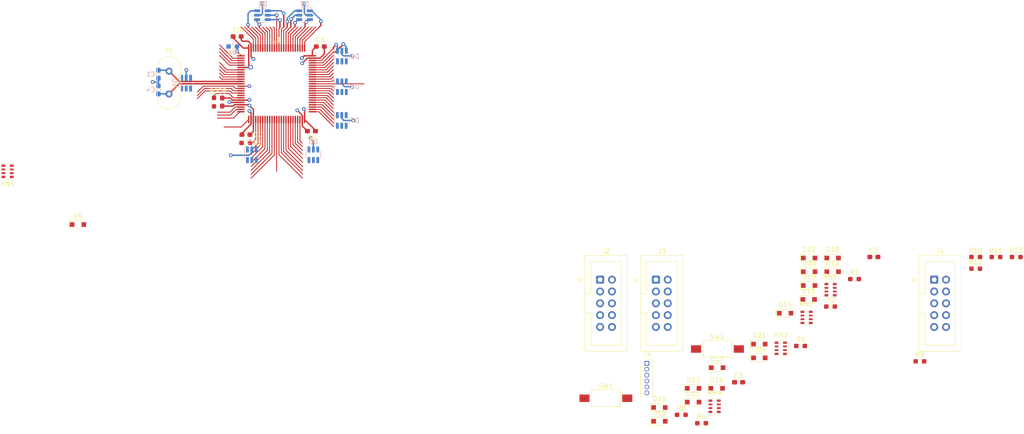
<source format=kicad_pcb>
(kicad_pcb (version 20211014) (generator pcbnew)
  (layers (0 "F.Cu" signal) (1 "In1.Cu" power) (2 "In2.Cu" power) (31 "B.Cu" signal) (34 "B.Paste" user) (35 "F.Paste" user) (36 "B.SilkS" user "B.Silkscreen") (37 "F.SilkS" user "F.Silkscreen") (38 "B.Mask" user) (39 "F.Mask" user) (44 "Edge.Cuts" user))
  (net 0 "")
  (net 1 "/MCU base/OSC_IN")
  (net 2 "GND")
  (net 3 "/MCU base/NRST")
  (net 4 "/MCU base/BOOT0")
  (net 5 "+3V3")
  (net 6 "/MCU base/OSC_OUT")
  (net 7 "/MCU base/BTN0")
  (net 8 "/MCU base/BTN1")
  (net 9 "/MCU base/BTN2_SDA")
  (net 10 "/MCU base/SWDIO")
  (net 11 "/MCU base/BTN3_SCL")
  (net 12 "/MCU base/SWCLK")
  (net 13 "M4_L0")
  (net 14 "M4_L1")
  (net 15 "/MCU base/BTN4")
  (net 16 "/MCU base/BTN5")
  (net 17 "/MCU base/BTN6")
  (net 18 "M3_L1")
  (net 19 "M3_L0")
  (net 20 "M2_L1")
  (net 21 "M2_L0")
  (net 22 "M1_L0")
  (net 23 "M1_L1")
  (net 24 "MOT_MUL0")
  (net 25 "MOT_MUL1")
  (net 26 "MOT_MUL2")
  (net 27 "MOT_MUL_EN")
  (net 28 "USART1_TX")
  (net 29 "USART1_RX")
  (net 30 "M0_L0")
  (net 31 "M0_L1")
  (net 32 "M7_L0")
  (net 33 "M7_L1")
  (net 34 "OUT2")
  (net 35 "OUT1")
  (net 36 "OUT0")
  (net 37 "/MCU base/SCRN_DCRS")
  (net 38 "/MCU base/SCRN_SCK")
  (net 39 "/MCU base/SCRN_MISO")
  (net 40 "/MCU base/SCRN_MOSI")
  (net 41 "/MCU base/SCRN_RST")
  (net 42 "/MCU base/SCRN_CS")
  (net 43 "M6_L1")
  (net 44 "M6_L0")
  (net 45 "M5_L1")
  (net 46 "M5_L0")
  (net 47 "/MCU base/A0")
  (net 48 "/MCU base/A1")
  (net 49 "/MCU base/A2")
  (net 50 "/MCU base/A3")
  (net 51 "/MCU base/A4")
  (net 52 "/MCU base/A5")
  (net 53 "/MCU base/Diag")
  (net 54 "Net-(D16-Pad2)")
  (net 55 "Net-(J1-Pad4)")
  (net 56 "Net-(J2-Pad2)")
  (net 57 "Net-(J2-Pad3)")
  (net 58 "Net-(J2-Pad4)")
  (net 59 "Net-(J2-Pad5)")
  (net 60 "Net-(J2-Pad6)")
  (net 61 "Net-(J2-Pad7)")
  (net 62 "Net-(J2-Pad8)")
  (net 63 "Net-(J2-Pad9)")
  (net 64 "Net-(J3-Pad2)")
  (net 65 "Net-(J3-Pad3)")
  (net 66 "Net-(J3-Pad4)")
  (net 67 "Net-(J3-Pad5)")
  (net 68 "Net-(J3-Pad6)")
  (net 69 "Net-(J3-Pad7)")
  (net 70 "Net-(J3-Pad8)")
  (net 71 "Net-(J3-Pad10)")
  (net 72 "Net-(J4-Pad2)")
  (net 73 "ADC2")
  (net 74 "ADC3")
  (net 75 "ADC4")
  (net 76 "ADC5")
  (net 77 "+5V")
  (net 78 "DIAG")
  (net 79 "ADC0")
  (net 80 "Vdrive")
  (net 81 "ADC1")
  (net 88 "MUL0")
  (net 89 "MUL1")
  (net 90 "MUL2")
  (net 91 "MUL_EN")
  (net 92 "M1_EN")
  (net 93 "M1_DIR")
  (net 94 "M1_STEP")
  (net 95 "+3.3VADC")
  (net 96 "TMC_SCK")
  (net 97 "TMC_MISO")
  (net 98 "TMC_MOSI")
  (net 99 "M0_STEP")
  (net 100 "M0_EN")
  (net 101 "M0_DIR")
  (net 102 "M7_STEP")
  (net 103 "M7_EN")
  (net 104 "M7_DIR")
  (net 105 "USART3_TX")
  (net 106 "M6_STEP")
  (net 107 "M6_DIR")
  (net 108 "M6_EN")
  (net 109 "M5_STEP")
  (net 110 "M5_DIR")
  (net 111 "M5_EN")
  (net 112 "USB_DM")
  (net 113 "USB_DP")
  (net 114 "M4_STEP")
  (net 115 "M4_EN")
  (net 116 "M4_DIR")
  (net 117 "CAN_RX")
  (net 118 "CAN_TX")
  (net 119 "USART2_TX")
  (net 120 "M3_DIR")
  (net 121 "M3_STEP")
  (net 122 "M3_EN")
  (net 123 "M2_STEP")
  (net 124 "M2_DIR")
  (net 125 "M2_EN")
  (footprint "Capacitor_SMD:C_0603_1608Metric_Pad1.08x0.95mm_HandSolder" (layer "F.Cu") (at 110.8975 79.502)
    (fp_text reference "C9")
    (fp_text value "0.1")
  )
  (footprint "Connector_IDC:IDC-Header_2x05_P2.54mm_Vertical" (layer "F.Cu") (at 188.835 131.722)
    (fp_text reference "J2")
    (fp_text value "buttons_I2C")
  )
  (footprint "Button_Switch_SMD:SW_SPST_FSMSM" (layer "F.Cu") (at 214.03 146.612)
    (fp_text reference "SW2")
    (fp_text value "boot")
  )
  (footprint "Connector_IDC:IDC-Header_2x05_P2.54mm_Vertical" (layer "F.Cu") (at 260.575 131.722)
    (fp_text reference "J4")
    (fp_text value "ADC")
  )
  (footprint "Resistor_SMD:R_0603_1608Metric_Pad0.98x0.95mm_HandSolder" (layer "F.Cu") (at 231.88 145.962)
    (fp_text reference "R5")
    (fp_text value "22")
  )
  (footprint "Diode_SMD:D_SOD-323_HandSoldering" (layer "F.Cu") (at 233.72 130.022)
    (fp_text reference "D20")
    (fp_text value "SS14")
  )
  (footprint "Resistor_SMD:R_0603_1608Metric_Pad0.98x0.95mm_HandSolder" (layer "F.Cu") (at 112.7525 102.362 180)
    (fp_text reference "R8")
    (fp_text value "330")
  )
  (footprint "Resistor_SMD:R_0603_1608Metric_Pad0.98x0.95mm_HandSolder" (layer "F.Cu") (at 269.49 129.362)
    (fp_text reference "R12")
    (fp_text value "47k")
  )
  (footprint "Diode_SMD:D_SOD-323_HandSoldering" (layer "F.Cu") (at 201.57 159.182)
    (fp_text reference "D23")
    (fp_text value "SS14")
  )
  (footprint "Resistor_SMD:R_Array_Convex_4x0603" (layer "F.Cu") (at 227.63 146.462)
    (fp_text reference "RN3")
    (fp_text value "330")
  )
  (footprint "Resistor_SMD:R_Array_Convex_4x0603" (layer "F.Cu") (at 213.42 158.912)
    (fp_text reference "RN4")
    (fp_text value "330")
  )
  (footprint "Diode_SMD:D_SOD-323_HandSoldering" (layer "F.Cu") (at 208.82 155.062)
    (fp_text reference "D13")
    (fp_text value "SS14")
  )
  (footprint "Diode_SMD:D_SOD-323_HandSoldering" (layer "F.Cu") (at 213.87 155.062)
    (fp_text reference "D16")
    (fp_text value "SS14")
  )
  (footprint "Connector_IDC:IDC-Header_2x05_P2.54mm_Vertical" (layer "F.Cu") (at 200.815 131.722)
    (fp_text reference "J3")
    (fp_text value "screen")
  )
  (footprint "Connector_PinSocket_1.27mm:PinSocket_1x06_P1.27mm_Vertical" (layer "F.Cu") (at 198.87 149.682)
    (fp_text reference "J1")
    (fp_text value "Prog")
  )
  (footprint "Diode_SMD:D_SOD-323_HandSoldering" (layer "F.Cu") (at 233.72 132.972)
    (fp_text reference "D19")
    (fp_text value "SS14")
  )
  (footprint "Diode_SMD:D_SOD-323_HandSoldering" (layer "F.Cu") (at 228.57 138.922)
    (fp_text reference "D14")
    (fp_text value "SS14")
  )
  (footprint "Package_QFP:LQFP-100_14x14mm_P0.5mm" (layer "F.Cu") (at 119.38 89.662)
    (fp_text reference "U1")
    (fp_text value "STM32F303VDTx")
  )
  (footprint "Diode_SMD:D_SOD-323_HandSoldering" (layer "F.Cu") (at 213.97 150.612)
    (fp_text reference "D17")
    (fp_text value "SS14")
  )
  (footprint "Crystal:Crystal_HC49-U_Vertical" (layer "F.Cu") (at 96.266 86.958 -90)
    (fp_text reference "Y1")
    (fp_text value "8MHz")
  )
  (footprint "Diode_SMD:D_SOD-323_HandSoldering" (layer "F.Cu") (at 233.62 135.972)
    (fp_text reference "D15")
    (fp_text value "SS14")
  )
  (footprint "Resistor_SMD:R_0603_1608Metric_Pad0.98x0.95mm_HandSolder" (layer "F.Cu") (at 238.32 137.502)
    (fp_text reference "R2")
    (fp_text value "22")
  )
  (footprint "Resistor_SMD:R_0603_1608Metric_Pad0.98x0.95mm_HandSolder" (layer "F.Cu") (at 105.918 93.599 90)
    (fp_text reference "R7")
    (fp_text value "330")
  )
  (footprint "Capacitor_SMD:C_0603_1608Metric_Pad1.08x0.95mm_HandSolder" (layer "F.Cu") (at 128.7515 81.661)
    (fp_text reference "C5")
    (fp_text value "0.1")
  )
  (footprint "Capacitor_SMD:C_0603_1608Metric_Pad1.08x0.95mm_HandSolder" (layer "F.Cu") (at 247.62 126.852)
    (fp_text reference "C2")
    (fp_text value "0.1")
  )
  (footprint "Resistor_SMD:R_Array_Convex_4x0603" (layer "F.Cu") (at 238.32 133.872)
    (fp_text reference "RN1")
    (fp_text value "330")
  )
  (footprint "Resistor_SMD:R_Array_Convex_4x0603" (layer "F.Cu") (at 61.595 108.458)
    (fp_text reference "RN5")
    (fp_text value "330")
  )
  (footprint "Diode_SMD:D_SOD-323_HandSoldering" (layer "F.Cu") (at 201.57 162.132)
    (fp_text reference "D18")
    (fp_text value "SS14")
  )
  (footprint "Diode_SMD:D_SOD-323_HandSoldering" (layer "F.Cu") (at 208.82 158.012)
    (fp_text reference "D11")
    (fp_text value "SS14")
  )
  (footprint "Diode_SMD:D_SOD-323_HandSoldering" (layer "F.Cu") (at 76.708 119.888)
    (fp_text reference "D9")
    (fp_text value "SS14")
  )
  (footprint "Capacitor_SMD:C_0603_1608Metric_Pad1.08x0.95mm_HandSolder" (layer "F.Cu") (at 126.8465 99.822 180)
    (fp_text reference "C6")
    (fp_text value "0.1")
  )
  (footprint "Button_Switch_SMD:SW_SPST_FSMSM" (layer "F.Cu") (at 190.07 157.182)
    (fp_text reference "SW1")
    (fp_text value "reset")
  )
  (footprint "Resistor_SMD:R_Array_Convex_4x0603" (layer "F.Cu") (at 233.17 139.822)
    (fp_text reference "RN2")
    (fp_text value "330")
  )
  (footprint "Resistor_SMD:R_0603_1608Metric_Pad0.98x0.95mm_HandSolder" (layer "F.Cu") (at 243.47 131.602)
    (fp_text reference "R1")
    (fp_text value "10k")
  )
  (footprint "Diode_SMD:D_SOD-323_HandSoldering" (layer "F.Cu") (at 233.72 127.072)
    (fp_text reference "D22")
    (fp_text value "SS14")
  )
  (footprint "Resistor_SMD:R_0603_1608Metric_Pad0.98x0.95mm_HandSolder" (layer "F.Cu") (at 273.84 126.852)
    (fp_text reference "R11")
    (fp_text value "10k")
  )
  (footprint "Capacitor_SMD:C_0603_1608Metric_Pad1.08x0.95mm_HandSolder" (layer "F.Cu") (at 107.696 93.5725 90)
    (fp_text reference "C8")
    (fp_text value "0.1")
  )
  (footprint "Capacitor_SMD:C_0603_1608Metric_Pad1.08x0.95mm_HandSolder" (layer "F.Cu") (at 218.57 153.752)
    (fp_text reference "C3")
    (fp_text value "0.1")
  )
  (footprint "Diode_SMD:D_SOD-323_HandSoldering" (layer "F.Cu") (at 223.03 148.512)
    (fp_text reference "D24")
    (fp_text value "SS14")
  )
  (footprint "Resistor_SMD:R_0603_1608Metric_Pad0.98x0.95mm_HandSolder" (layer "F.Cu") (at 210.62 162.542)
    (fp_text reference "R4")
    (fp_text value "22")
  )
  (footprint "Resistor_SMD:R_0603_1608Metric_Pad0.98x0.95mm_HandSolder" (layer "F.Cu") (at 269.49 126.852)
    (fp_text reference "R10")
    (fp_text value "91k")
  )
  (footprint "Resistor_SMD:R_0603_1608Metric_Pad0.98x0.95mm_HandSolder" (layer "F.Cu") (at 206.27 160.742)
    (fp_text reference "R3")
    (fp_text value "22")
  )
  (footprint "Capacitor_SMD:C_0603_1608Metric_Pad1.08x0.95mm_HandSolder" (layer "F.Cu") (at 112.776 100.584 180)
    (fp_text reference "C7")
    (fp_text value "0.1")
  )
  (footprint "Resistor_SMD:R_0603_1608Metric_Pad0.98x0.95mm_HandSolder" (layer "F.Cu") (at 278.19 126.852)
    (fp_text reference "R13")
    (fp_text value "47k")
  )
  (footprint "Resistor_SMD:R_0603_1608Metric_Pad0.98x0.95mm_HandSolder" (layer "F.Cu") (at 257.51 149.262)
    (fp_text reference "R9")
    (fp_text value "22")
  )
  (footprint "Diode_SMD:D_SOD-323_HandSoldering" (layer "F.Cu") (at 238.77 127.072)
    (fp_text reference "D10")
    (fp_text value "SS14")
  )
  (footprint "Diode_SMD:D_SOD-323_HandSoldering" (layer "F.Cu") (at 223.03 145.562)
    (fp_text reference "D21")
    (fp_text value "SS14")
  )
  (footprint "Diode_SMD:D_SOD-323_HandSoldering" (layer "F.Cu") (at 238.77 130.022)
    (fp_text reference "D12")
    (fp_text value "SS14")
  )
  (footprint "Package_TO_SOT_SMD:SOT-23-6" (layer "B.Cu") (at 116.3265 74.93)
    (fp_text reference "D3")
    (fp_text value "SP0505BAHT")
  )
  (footprint "Package_TO_SOT_SMD:SOT-23-6" (layer "B.Cu") (at 99.949 89.535 -90)
    (fp_text reference "D4")
    (fp_text value "SP0505BAHT")
  )
  (footprint "Resistor_SMD:R_0603_1608Metric_Pad0.98x0.95mm_HandSolder" (layer "B.Cu") (at 109.9585 81.661)
    (fp_text reference "R6")
    (fp_text value "330")
  )
  (footprint "Package_TO_SOT_SMD:SOT-23-6" (layer "B.Cu") (at 125.3545 74.93 180)
    (fp_text reference "D2")
    (fp_text value "SP0505BAHT")
  )
  (footprint "Capacitor_SMD:C_0603_1608Metric_Pad1.08x0.95mm_HandSolder" (layer "B.Cu") (at 93.98 90.9585 90)
    (fp_text reference "C4")
    (fp_text value "12")
  )
  (footprint "Package_TO_SOT_SMD:SOT-23-6" (layer "B.Cu") (at 133.35 97.536 -90)
    (fp_text reference "D7")
    (fp_text value "SP0505BAHT")
  )
  (footprint "Capacitor_SMD:C_0603_1608Metric_Pad1.08x0.95mm_HandSolder" (layer "B.Cu") (at 93.98 87.6035 -90)
    (fp_text reference "C1")
    (fp_text value "12")
  )
  (footprint "Package_TO_SOT_SMD:SOT-23-6" (layer "B.Cu") (at 127.254 104.902 -90)
    (fp_text reference "D6")
    (fp_text value "SP0505BAHT")
  )
  (footprint "Package_TO_SOT_SMD:SOT-23-6" (layer "B.Cu") (at 133.383 83.6985 -90)
    (fp_text reference "D1")
    (fp_text value "SP0505BAHT")
  )
  (footprint "Package_TO_SOT_SMD:SOT-23-6" (layer "B.Cu") (at 133.383 90.2915 -90)
    (fp_text reference "D8")
    (fp_text value "SP0505BAHT")
  )
  (footprint "Package_TO_SOT_SMD:SOT-23-6" (layer "B.Cu") (at 114.046 104.902 -90)
    (fp_text reference "D5")
    (fp_text value "SP0505BAHT")
  )
  (segment (start 111.705 89.162) (end 98.47 89.162) (width 0.3) (layer "F.Cu") (net 1))
  (segment (start 98.47 89.162) (end 96.266 86.958) (width 0.3) (layer "F.Cu") (net 1))
  (segment (start 93.98 86.741) (end 96.049 86.741) (width 0.3) (layer "B.Cu") (net 1))
  (segment (start 96.049 86.741) (end 96.266 86.958) (width 0.3) (layer "B.Cu") (net 1))
  (segment (start 113.311361 80.518) (end 112.014 80.518) (width 0.3) (layer "F.Cu") (net 2))
  (segment (start 128.69 84.162) (end 129.614 83.238) (width 0.3) (layer "F.Cu") (net 2))
  (segment (start 127.055 84.162) (end 125.9468 84.162) (width 0.3) (layer "F.Cu") (net 2))
  (segment (start 111.9135 100.584) (end 111.9135 100.3035) (width 0.3) (layer "F.Cu") (net 2))
  (segment (start 113.88 81.086639) (end 113.311361 80.518) (width 0.3) (layer "F.Cu") (net 2))
  (segment (start 113.88 98.337) (end 113.88 97.337) (width 0.3) (layer "F.Cu") (net 2))
  (segment (start 113.88 83.8064) (end 114.4016 84.328) (width 0.3) (layer "F.Cu") (net 2))
  (segment (start 124.88 97.337) (end 124.88 98.718) (width 0.3) (layer "F.Cu") (net 2))
  (segment (start 125.9468 84.162) (end 124.8664 85.2424) (width 0.3) (layer "F.Cu") (net 2))
  (segment (start 124.88 97.337) (end 124.88 96.432) (width 0.3) (layer "F.Cu") (net 2))
  (segment (start 110.18 93.162) (end 111.705 93.162) (width 0.3) (layer "F.Cu") (net 2))
  (segment (start 113.88 81.987) (end 113.88 81.086639) (width 0.3) (layer "F.Cu") (net 2))
  (segment (start 113.88 95.846) (end 113.538 95.504) (width 0.3) (layer "F.Cu") (net 2))
  (segment (start 107.696 92.71) (end 109.39097 92.71) (width 0.3) (layer "F.Cu") (net 2))
  (segment (start 127.055 84.162) (end 128.69 84.162) (width 0.3) (layer "F.Cu") (net 2))
  (segment (start 112.014 80.518) (end 111.76 80.264) (width 0.3) (layer "F.Cu") (net 2))
  (segment (start 111.9135 100.3035) (end 113.88 98.337) (width 0.3) (layer "F.Cu") (net 2))
  (segment (start 113.4924 93.162) (end 113.538 93.1164) (width 0.3) (layer "F.Cu") (net 2))
  (segment (start 110.17952 93.16248) (end 110.18 93.162) (width 0.3) (layer "F.Cu") (net 2))
  (segment (start 113.88 97.337) (end 113.88 95.846) (width 0.3) (layer "F.Cu") (net 2))
  (segment (start 129.614 83.238) (end 129.614 81.661) (width 0.3) (layer "F.Cu") (net 2))
  (segment (start 109.39097 92.71) (end 109.84345 93.16248) (width 0.3) (layer "F.Cu") (net 2))
  (segment (start 124.88 98.718) (end 125.984 99.822) (width 0.3) (layer "F.Cu") (net 2))
  (segment (start 113.88 81.987) (end 113.88 83.8064) (width 0.3) (layer "F.Cu") (net 2))
  (segment (start 111.705 93.162) (end 113.4924 93.162) (width 0.3) (layer "F.Cu") (net 2))
  (segment (start 111.76 80.264) (end 111.76 79.502) (width 0.3) (layer "F.Cu") (net 2))
  (segment (start 109.84345 93.16248) (end 110.17952 93.16248) (width 0.3) (layer "F.Cu") (net 2))
  (segment (start 124.88 96.432) (end 123.7996 95.3516) (width 0.3) (layer "F.Cu") (net 2))
  (via (at 135.5852 90.3615) (size 0.8) (drill 0.4) (layers "F.Cu" "B.Cu") (net 2))
  (via (at 124.8664 85.2424) (size 0.8) (drill 0.4) (layers "F.Cu" "B.Cu") (net 2))
  (via (at 92.7608 89.2556) (size 0.8) (drill 0.4) (layers "F.Cu" "B.Cu") (net 2))
  (via (at 114.4016 84.328) (size 0.8) (drill 0.4) (layers "F.Cu" "B.Cu") (net 2))
  (via (at 113.538 95.504) (size 0.8) (drill 0.4) (layers "F.Cu" "B.Cu") (net 2))
  (via (at 125.3236 72.4408) (size 0.8) (drill 0.4) (layers "F.Cu" "B.Cu") (net 2))
  (via (at 116.332 72.4408) (size 0.8) (drill 0.4) (layers "F.Cu" "B.Cu") (net 2))
  (via (at 135.8392 97.536) (size 0.8) (drill 0.4) (layers "F.Cu" "B.Cu") (net 2))
  (via (at 99.9744 86.6648) (size 0.8) (drill 0.4) (layers "F.Cu" "B.Cu") (net 2))
  (via (at 123.7996 95.3516) (size 0.8) (drill 0.4) (layers "F.Cu" "B.Cu") (net 2))
  (via (at 109.5248 105.0036) (size 0.8) (drill 0.4) (layers "F.Cu" "B.Cu") (net 2))
  (via (at 126.6952 101.346) (size 0.8) (drill 0.4) (layers "F.Cu" "B.Cu") (net 2))
  (via (at 113.538 93.1164) (size 0.8) (drill 0.4) (layers "F.Cu" "B.Cu") (net 2))
  (via (at 135.636 83.6676) (size 0.8) (drill 0.4) (layers "F.Cu" "B.Cu") (net 2))
  (segment (start 113.476787 105.0036) (end 109.5248 105.0036) (width 0.3) (layer "B.Cu") (net 2))
  (segment (start 135.5852 90.2716) (end 135.5852 90.3615) (width 0.3) (layer "B.Cu") (net 2))
  (segment (start 93.98 89.3064) (end 92.8116 89.3064) (width 0.3) (layer "B.Cu") (net 2))
  (segment (start 133.383 89.695) (end 133.9596 90.2716) (width 0.3) (layer "B.Cu") (net 2))
  (segment (start 133.817613 97.536) (end 135.8392 97.536) (width 0.3) (layer "B.Cu") (net 2))
  (segment (start 125.3744 74.5744) (end 125.3236 74.5236) (width 0.3) (layer "B.Cu") (net 2))
  (segment (start 133.383 83.345) (end 133.7056 83.6676) (width 0.3) (layer "B.Cu") (net 2))
  (segment (start 115.189 74.93) (end 116.0272 74.93) (width 0.3) (layer "B.Cu") (net 2))
  (segment (start 127.254 101.9048) (end 126.6952 101.346) (width 0.3) (layer "B.Cu") (net 2))
  (segment (start 114.046 104.434387) (end 113.476787 105.0036) (width 0.3) (layer "B.Cu") (net 2))
  (segment (start 125.3236 74.5236) (end 125.3236 72.4408) (width 0.3) (layer "B.Cu") (net 2))
  (segment (start 114.046 103.7645) (end 114.046 104.434387) (width 0.3) (layer "B.Cu") (net 2))
  (segment (start 116.0272 74.93) (end 116.332 74.6252) (width 0.3) (layer "B.Cu") (net 2))
  (segment (start 127.254 103.7645) (end 127.254 101.9048) (width 0.3) (layer "B.Cu") (net 2))
  (segment (start 133.9596 90.2716) (end 135.5852 90.2716) (width 0.3) (layer "B.Cu") (net 2))
  (segment (start 93.98 88.466) (end 93.98 89.3064) (width 0.3) (layer "B.Cu") (net 2))
  (segment (start 126.492 74.93) (end 125.73 74.93) (width 0.3) (layer "B.Cu") (net 2))
  (segment (start 133.35 97.068387) (end 133.817613 97.536) (width 0.3) (layer "B.Cu") (net 2))
  (segment (start 99.949 86.6902) (end 99.9744 86.6648) (width 0.3) (layer "B.Cu") (net 2))
  (segment (start 133.383 82.561) (end 133.383 83.345) (width 0.3) (layer "B.Cu") (net 2))
  (segment (start 93.98 89.3064) (end 93.98 90.096) (width 0.3) (layer "B.Cu") (net 2))
  (segment (start 125.73 74.93) (end 125.3744 74.5744) (width 0.3) (layer "B.Cu") (net 2))
  (segment (start 133.383 89.154) (end 133.383 89.695) (width 0.3) (layer "B.Cu") (net 2))
  (segment (start 116.332 74.6252) (end 116.332 72.4408) (width 0.3) (layer "B.Cu") (net 2))
  (segment (start 133.7056 83.6676) (end 135.636 83.6676) (width 0.3) (layer "B.Cu") (net 2))
  (segment (start 92.8116 89.3064) (end 92.7608 89.2556) (width 0.3) (layer "B.Cu") (net 2))
  (segment (start 99.949 88.3975) (end 99.949 86.6902) (width 0.3) (layer "B.Cu") (net 2))
  (segment (start 133.35 96.3985) (end 133.35 97.068387) (width 0.3) (layer "B.Cu") (net 2))
  (segment (start 111.705 90.162) (end 113.53 90.162) (width 0.2) (layer "F.Cu") (net 3))
  (segment (start 113.53 90.162) (end 113.538 90.17) (width 0.2) (layer "F.Cu") (net 3))
  (via (at 113.538 90.17) (size 0.8) (drill 0.4) (layers "F.Cu" "B.Cu") (net 3))
  (segment (start 116.38 81.987) (end 116.38 79.042) (width 0.2) (layer "F.Cu") (net 4))
  (segment (start 116.38 79.042) (end 114.808 77.47) (width 0.2) (layer "F.Cu") (net 4))
  (segment (start 110.035 94.435) (end 110.308 94.162) (width 0.3) (layer "F.Cu") (net 5))
  (segment (start 112.213 81.987) (end 110.035 79.809) (width 0.3) (layer "F.Cu") (net 5))
  (segment (start 113.6385 100.584) (end 114.38 99.8425) (width 0.3) (layer "F.Cu") (net 5))
  (segment (start 110.308 94.162) (end 111.705 94.162) (width 0.3) (layer "F.Cu") (net 5))
  (segment (start 110.035 79.809) (end 110.035 79.502) (width 0.3) (layer "F.Cu") (net 5))
  (segment (start 127.055 83.662) (end 127.055 82.495) (width 0.3) (layer "F.Cu") (net 5))
  (segment (start 113.3644 94.162) (end 113.538 94.3356) (width 0.3) (layer "F.Cu") (net 5))
  (segment (start 114.38 95.1776) (end 113.538 94.3356) (width 0.3) (layer "F.Cu") (net 5))
  (segment (start 113.736 86.162) (end 113.792 86.106) (width 0.3) (layer "F.Cu") (net 5))
  (segment (start 127.709 99.822) (end 127.709 99.666) (width 0.3) (layer "F.Cu") (net 5))
  (segment (start 127.055 82.495) (end 127.889 81.661) (width 0.3) (layer "F.Cu") (net 5))
  (segment (start 127.055 83.662) (end 125.2784 83.662) (width 0.3) (layer "F.Cu") (net 5))
  (segment (start 113.38 81.987) (end 113.38 85.694) (width 0.3) (layer "F.Cu") (net 5))
  (segment (start 127.709 99.666) (end 125.38 97.337) (width 0.3) (layer "F.Cu") (net 5))
  (segment (start 111.705 86.162) (end 113.736 86.162) (width 0.3) (layer "F.Cu") (net 5))
  (segment (start 111.705 94.162) (end 113.3644 94.162) (width 0.3) (layer "F.Cu") (net 5))
  (segment (start 125.38 97.337) (end 125.38 95.2048) (width 0.3) (layer "F.Cu") (net 5))
  (segment (start 113.38 85.694) (end 113.792 86.106) (width 0.3) (layer "F.Cu") (net 5))
  (segment (start 107.696 94.435) (end 110.035 94.435) (width 0.3) (layer "F.Cu") (net 5))
  (segment (start 125.2784 83.662) (end 124.8156 84.1248) (width 0.3) (layer "F.Cu") (net 5))
  (segment (start 113.38 81.987) (end 112.213 81.987) (width 0.3) (layer "F.Cu") (net 5))
  (segment (start 114.38 97.337) (end 114.38 95.1776) (width 0.3) (layer "F.Cu") (net 5))
  (segment (start 114.38 99.8425) (end 114.38 97.337) (width 0.3) (layer "F.Cu") (net 5))
  (segment (start 125.38 95.2048) (end 125.222 95.0468) (width 0.3) (layer "F.Cu") (net 5))
  (via (at 113.792 86.106) (size 1) (drill 0.6) (layers "F.Cu" "B.Cu") (net 5))
  (via (at 124.8156 84.1248) (size 0.8) (drill 0.4) (layers "F.Cu" "B.Cu") (net 5))
  (via (at 113.538 94.3356) (size 0.8) (drill 0.4) (layers "F.Cu" "B.Cu") (net 5))
  (via (at 125.222 95.0468) (size 0.8) (drill 0.4) (layers "F.Cu" "B.Cu") (net 5))
  (segment (start 111.705 89.662) (end 98.442 89.662) (width 0.3) (layer "F.Cu") (net 6))
  (segment (start 98.442 89.662) (end 96.266 91.838) (width 0.3) (layer "F.Cu") (net 6))
  (segment (start 96.249 91.821) (end 96.266 91.838) (width 0.3) (layer "B.Cu") (net 6))
  (segment (start 93.98 91.821) (end 96.249 91.821) (width 0.3) (layer "B.Cu") (net 6))
  (segment (start 127.055 87.662) (end 130.524 87.662) (width 0.2) (layer "F.Cu") (net 7))
  (segment (start 130.524 87.662) (end 131.572 86.614) (width 0.2) (layer "F.Cu") (net 7))
  (segment (start 130.262 87.162) (end 131.572 85.852) (width 0.2) (layer "F.Cu") (net 8))
  (segment (start 127.055 87.162) (end 130.262 87.162) (width 0.2) (layer "F.Cu") (net 8))
  (segment (start 130 86.662) (end 131.572 85.09) (width 0.2) (layer "F.Cu") (net 9))
  (segment (start 127.055 86.662) (end 130 86.662) (width 0.2) (layer "F.Cu") (net 9))
  (segment (start 127.055 85.162) (end 129.2648 85.162) (width 0.2) (layer "F.Cu") (net 10))
  (segment (start 131.9784 82.8548) (end 131.572 82.8548) (width 0.3) (layer "F.Cu") (net 10))
  (segment (start 133.7056 81.1276) (end 131.9784 82.8548) (width 0.3) (layer "F.Cu") (net 10))
  (segment (start 129.2648 85.162) (end 131.572 82.8548) (width 0.2) (layer "F.Cu") (net 10))
  (via (at 133.7056 81.1276) (size 0.8) (drill 0.4) (layers "F.Cu" "B.Cu") (net 10))
  (segment (start 134.333 82.561) (end 134.333 81.755) (width 0.3) (layer "B.Cu") (net 10))
  (segment (start 134.333 81.755) (end 133.7056 81.1276) (width 0.3) (layer "B.Cu") (net 10))
  (segment (start 131.5212 81.8896) (end 131.5212 82.0928) (width 0.3) (layer "F.Cu") (net 11))
  (segment (start 127.055 84.662) (end 128.952 84.662) (width 0.2) (layer "F.Cu") (net 11))
  (segment (start 128.952 84.662) (end 131.5212 82.0928) (width 0.2) (layer "F.Cu") (net 11))
  (segment (start 131.5212 82.0928) (end 131.572 82.042) (width 0.2) (layer "F.Cu") (net 11))
  (segment (start 132.1308 81.28) (end 131.5212 81.8896) (width 0.3) (layer "F.Cu") (net 11))
  (via (at 132.1308 81.28) (size 0.8) (drill 0.4) (layers "F.Cu" "B.Cu") (net 11))
  (segment (start 132.433 82.561) (end 132.433 81.5822) (width 0.3) (layer "B.Cu") (net 11))
  (segment (start 132.433 81.5822) (end 132.1308 81.28) (width 0.3) (layer "B.Cu") (net 11))
  (segment (start 128.8796 77.1144) (end 128.524 77.47) (width 0.3) (layer "F.Cu") (net 12))
  (segment (start 125.38 80.614) (end 128.524 77.47) (width 0.2) (layer "F.Cu") (net 12))
  (segment (start 125.38 81.987) (end 125.38 80.614) (width 0.2) (layer "F.Cu") (net 12))
  (segment (start 128.8796 76.2508) (end 128.8796 77.1144) (width 0.3) (layer "F.Cu") (net 12))
  (via (at 128.8796 76.2508) (size 0.8) (drill 0.4) (layers "F.Cu" "B.Cu") (net 12))
  (segment (start 128.8796 75.948673) (end 128.8796 76.2508) (width 0.3) (layer "B.Cu") (net 12))
  (segment (start 126.492 73.98) (end 126.910927 73.98) (width 0.3) (layer "B.Cu") (net 12))
  (segment (start 126.910927 73.98) (end 128.8796 75.948673) (width 0.3) (layer "B.Cu") (net 12))
  (segment (start 125.7808 76.3524) (end 125.476 76.6572) (width 0.3) (layer "F.Cu") (net 13))
  (segment (start 123.38 81.987) (end 123.38 79.566) (width 0.2) (layer "F.Cu") (net 13))
  (segment (start 123.38 79.566) (end 125.476 77.47) (width 0.2) (layer "F.Cu") (net 13))
  (segment (start 125.476 76.6572) (end 125.476 77.47) (width 0.3) (layer "F.Cu") (net 13))
  (via (at 125.7808 76.3524) (size 0.8) (drill 0.4) (layers "F.Cu" "B.Cu") (net 13))
  (segment (start 126.2532 75.88) (end 125.7808 76.3524) (width 0.3) (layer "B.Cu") (net 13))
  (segment (start 126.492 75.88) (end 126.2532 75.88) (width 0.3) (layer "B.Cu") (net 13))
  (segment (start 123.317 76.581) (end 123.317 77.343) (width 0.3) (layer "F.Cu") (net 14))
  (segment (start 123.317 77.343) (end 123.19 77.47) (width 0.3) (layer "F.Cu") (net 14))
  (segment (start 121.88 78.78) (end 123.19 77.47) (width 0.2) (layer "F.Cu") (net 14))
  (segment (start 121.88 81.987) (end 121.88 78.78) (width 0.2) (layer "F.Cu") (net 14))
  (via (at 123.317 76.581) (size 0.8) (drill 0.4) (layers "F.Cu" "B.Cu") (net 14))
  (segment (start 124.018 75.88) (end 123.317 76.581) (width 0.3) (layer "B.Cu") (net 14))
  (segment (start 124.217 75.88) (end 124.018 75.88) (width 0.3) (layer "B.Cu") (net 14))
  (segment (start 122.428 76.60903) (end 122.428 75.862954) (width 0.3) (layer "F.Cu") (net 15))
  (segment (start 122.428 75.862954) (end 122.508007 75.782947) (width 0.3) (layer "F.Cu") (net 15))
  (segment (start 122.428 76.60903) (end 122.428 77.47) (width 0.3) (layer "F.Cu") (net 15))
  (segment (start 121.38 81.987) (end 121.38 78.518) (width 0.2) (layer "F.Cu") (net 15))
  (segment (start 121.38 78.518) (end 122.428 77.47) (width 0.2) (layer "F.Cu") (net 15))
  (via (at 122.508007 75.782947) (size 0.8) (drill 0.4) (layers "F.Cu" "B.Cu") (net 15))
  (segment (start 123.360954 74.93) (end 124.217 74.93) (width 0.3) (layer "B.Cu") (net 15))
  (segment (start 122.508007 75.782947) (end 123.360954 74.93) (width 0.3) (layer "B.Cu") (net 15))
  (segment (start 121.666 76.371527) (end 121.666 76.327) (width 0.3) (layer "F.Cu") (net 16))
  (segment (start 120.88 78.256) (end 121.666 77.47) (width 0.2) (layer "F.Cu") (net 16))
  (segment (start 120.88 81.987) (end 120.88 78.256) (width 0.2) (layer "F.Cu") (net 16))
  (segment (start 121.666 76.371527) (end 121.666 77.47) (width 0.3) (layer "F.Cu") (net 16))
  (via (at 121.666 76.327) (size 0.8) (drill 0.4) (layers "F.Cu" "B.Cu") (net 16))
  (segment (start 124.217 73.98) (end 124.217 73.880994) (width 0.3) (layer "B.Cu") (net 16))
  (segment (start 121.666 76.327) (end 121.666 75.565) (width 0.3) (layer "B.Cu") (net 16))
  (segment (start 121.666 75.565) (end 123.251 73.98) (width 0.3) (layer "B.Cu") (net 16))
  (segment (start 123.251 73.98) (end 124.217 73.98) (width 0.3) (layer "B.Cu") (net 16))
  (segment (start 124.217 73.98) (end 124.217 73.925) (width 0.3) (layer "B.Cu") (net 16))
  (segment (start 124.217 73.925) (end 124.206 73.914) (width 0.3) (layer "B.Cu") (net 16))
  (segment (start 120.38 81.987) (end 120.38 77.994) (width 0.2) (layer "F.Cu") (net 17))
  (segment (start 120.904 74.5744) (end 120.904 77.47) (width 0.3) (layer "F.Cu") (net 17))
  (segment (start 120.38 77.994) (end 120.904 77.47) (width 0.2) (layer "F.Cu") (net 17))
  (via (at 120.904 74.5744) (size 0.8) (drill 0.4) (layers "F.Cu" "B.Cu") (net 17))
  (segment (start 120.3096 73.98) (end 120.904 74.5744) (width 0.3) (layer "B.Cu") (net 17))
  (segment (start 117.464 73.98) (end 120.3096 73.98) (width 0.3) (layer "B.Cu") (net 17))
  (segment (start 119.88 81.987) (end 119.88 77.732) (width 0.2) (layer "F.Cu") (net 18))
  (segment (start 120.0795 77.5325) (end 120.0658 77.5462) (width 0.3) (layer "F.Cu") (net 18))
  (segment (start 120.0795 75.9968) (end 120.0795 77.5325) (width 0.3) (layer "F.Cu") (net 18))
  (segment (start 119.88 77.732) (end 120.0658 77.5462) (width 0.2) (layer "F.Cu") (net 18))
  (segment (start 120.0658 77.5462) (end 120.142 77.47) (width 0.2) (layer "F.Cu") (net 18))
  (via (at 120.0795 75.9968) (size 0.8) (drill 0.4) (layers "F.Cu" "B.Cu") (net 18))
  (segment (start 119.9627 75.88) (end 120.0795 75.9968) (width 0.3) (layer "B.Cu") (net 18))
  (segment (start 117.464 75.88) (end 119.9627 75.88) (width 0.3) (layer "B.Cu") (net 18))
  (segment (start 119.38 81.987) (end 119.38 74.93) (width 0.2) (layer "F.Cu") (net 19))
  (via (at 119.38 74.93) (size 0.8) (drill 0.4) (layers "F.Cu" "B.Cu") (net 19))
  (segment (start 117.464 74.93) (end 119.38 74.93) (width 0.3) (layer "B.Cu") (net 19))
  (segment (start 116.88 78.78) (end 115.6716 77.5716) (width 0.2) (layer "F.Cu") (net 20))
  (segment (start 116.88 81.987) (end 116.88 78.78) (width 0.2) (layer "F.Cu") (net 20))
  (segment (start 115.6716 76.9112) (end 115.6716 77.5716) (width 0.3) (layer "F.Cu") (net 20))
  (via (at 115.6716 76.9112) (size 0.8) (drill 0.4) (layers "F.Cu" "B.Cu") (net 20))
  (segment (start 115.189 76.4286) (end 115.6716 76.9112) (width 0.3) (layer "B.Cu") (net 20))
  (segment (start 115.189 75.88) (end 115.189 76.4286) (width 0.3) (layer "B.Cu") (net 20))
  (segment (start 113.2332 76.962) (end 113.2332 77.4192) (width 0.3) (layer "F.Cu") (net 21))
  (segment (start 113.2332 77.4192) (end 113.284 77.47) (width 0.3) (layer "F.Cu") (net 21))
  (segment (start 115.38 79.566) (end 113.284 77.47) (width 0.2) (layer "F.Cu") (net 21))
  (segment (start 115.38 81.987) (end 115.38 79.566) (width 0.2) (layer "F.Cu") (net 21))
  (via (at 113.2332 76.962) (size 0.8) (drill 0.4) (layers "F.Cu" "B.Cu") (net 21))
  (segment (start 113.2332 74.5744) (end 113.2332 76.962) (width 0.3) (layer "B.Cu") (net 21))
  (segment (start 115.189 73.98) (end 113.8276 73.98) (width 0.3) (layer "B.Cu") (net 21))
  (segment (start 113.8276 73.98) (end 113.2332 74.5744) (width 0.3) (layer "B.Cu") (net 21))
  (segment (start 108.164 87.678) (end 107.116 86.63) (width 0.2) (layer "F.Cu") (net 22))
  (segment (start 111.633 87.678) (end 108.164 87.678) (width 0.2) (layer "F.Cu") (net 22))
  (segment (start 107.64 88.678) (end 107.116 88.154) (width 0.2) (layer "F.Cu") (net 23))
  (segment (start 111.633 88.678) (end 107.64 88.678) (width 0.2) (layer "F.Cu") (net 23))
  (segment (start 103.632 90.17) (end 102.362 91.44) (width 0.2) (layer "F.Cu") (net 24))
  (segment (start 111.705 90.662) (end 110.601 90.662) (width 0.2) (layer "F.Cu") (net 24))
  (segment (start 110.601 90.662) (end 110.109 90.17) (width 0.2) (layer "F.Cu") (net 24))
  (segment (start 110.109 90.17) (end 103.632 90.17) (width 0.2) (layer "F.Cu") (net 24))
  (segment (start 110.085 91.162) (end 109.601 90.678) (width 0.2) (layer "F.Cu") (net 25))
  (segment (start 103.886 90.678) (end 102.362 92.202) (width 0.2) (layer "F.Cu") (net 25))
  (segment (start 111.705 91.162) (end 110.085 91.162) (width 0.2) (layer "F.Cu") (net 25))
  (segment (start 109.601 90.678) (end 103.886 90.678) (width 0.2) (layer "F.Cu") (net 25))
  (segment (start 104.013 91.186) (end 102.362 92.837) (width 0.2) (layer "F.Cu") (net 26))
  (segment (start 109.347 91.186) (end 104.013 91.186) (width 0.2) (layer "F.Cu") (net 26))
  (segment (start 111.705 91.662) (end 109.823 91.662) (width 0.2) (layer "F.Cu") (net 26))
  (segment (start 109.823 91.662) (end 109.347 91.186) (width 0.2) (layer "F.Cu") (net 26))
  (segment (start 116.872 97.3328) (end 116.872 103.6) (width 0.2) (layer "F.Cu") (net 28))
  (segment (start 116.872 103.6) (end 113.8936 106.5784) (width 0.2) (layer "F.Cu") (net 28))
  (segment (start 117.372 103.9636) (end 113.8936 107.442) (width 0.2) (layer "F.Cu") (net 29))
  (segment (start 117.372 97.3328) (end 117.372 103.9636) (width 0.2) (layer "F.Cu") (net 29))
  (segment (start 119.372 97.3328) (end 119.372 108.4538) (width 0.2) (layer "F.Cu") (net 30))
  (segment (start 119.872 104.886) (end 124.9172 109.9312) (width 0.2) (layer "F.Cu") (net 31))
  (segment (start 119.872 97.3328) (end 119.872 104.886) (width 0.2) (layer "F.Cu") (net 31))
  (segment (start 121.872 97.3328) (end 121.872 103.4824) (width 0.2) (layer "F.Cu") (net 32))
  (segment (start 121.872 103.4824) (end 124.9172 106.5276) (width 0.2) (layer "F.Cu") (net 32))
  (segment (start 122.372 103.1188) (end 124.8664 105.6132) (width 0.2) (layer "F.Cu") (net 33))
  (segment (start 122.372 97.3328) (end 122.372 103.1188) (width 0.2) (layer "F.Cu") (net 33))
  (segment (start 122.872 102.7552) (end 124.8664 104.7496) (width 0.2) (layer "F.Cu") (net 34))
  (segment (start 122.872 97.3328) (end 122.872 102.7552) (width 0.2) (layer "F.Cu") (net 34))
  (segment (start 123.372 97.3328) (end 123.372 102.4424) (width 0.2) (layer "F.Cu") (net 35))
  (segment (start 123.372 102.4424) (end 124.8664 103.9368) (width 0.2) (layer "F.Cu") (net 35))
  (segment (start 124.372 101.9184) (end 124.8664 102.4128) (width 0.2) (layer "F.Cu") (net 36))
  (segment (start 124.372 97.3328) (end 124.372 101.9184) (width 0.2) (layer "F.Cu") (net 36))
  (segment (start 128.428 95.662) (end 131.572 98.806) (width 0.2) (layer "F.Cu") (net 37))
  (segment (start 127.055 95.662) (end 128.428 95.662) (width 0.2) (layer "F.Cu") (net 37))
  (segment (start 128.69 95.162) (end 131.572 98.044) (width 0.2) (layer "F.Cu") (net 38))
  (segment (start 127.055 95.162) (end 128.69 95.162) (width 0.2) (layer "F.Cu") (net 38))
  (segment (start 127.055 94.662) (end 128.952 94.662) (width 0.2) (layer "F.Cu") (net 39))
  (segment (start 128.952 94.662) (end 131.572 97.282) (width 0.2) (layer "F.Cu") (net 39))
  (segment (start 127.055 94.162) (end 129.214 94.162) (width 0.2) (layer "F.Cu") (net 40))
  (segment (start 129.214 94.162) (end 131.572 96.52) (width 0.2) (layer "F.Cu") (net 40))
  (segment (start 129.476 93.662) (end 131.572 95.758) (width 0.2) (layer "F.Cu") (net 41))
  (segment (start 127.055 93.662) (end 129.476 93.662) (width 0.2) (layer "F.Cu") (net 41))
  (segment (start 129.738 93.162) (end 131.572 94.996) (width 0.2) (layer "F.Cu") (net 42))
  (segment (start 127.055 93.162) (end 129.738 93.162) (width 0.2) (layer "F.Cu") (net 42))
  (segment (start 127.055 92.662) (end 130 92.662) (width 0.2) (layer "F.Cu") (net 43))
  (segment (start 130 92.662) (end 131.572 94.234) (width 0.2) (layer "F.Cu") (net 43))
  (segment (start 127.055 92.162) (end 130.262 92.162) (width 0.2) (layer "F.Cu") (net 44))
  (segment (start 130.262 92.162) (end 131.572 93.472) (width 0.2) (layer "F.Cu") (net 44))
  (segment (start 127.055 90.162) (end 131.31 90.162) (width 0.2) (layer "F.Cu") (net 45))
  (segment (start 131.31 90.162) (end 131.572 90.424) (width 0.2) (layer "F.Cu") (net 45))
  (segment (start 131.31 89.162) (end 131.572 88.9) (width 0.2) (layer "F.Cu") (net 46))
  (segment (start 127.055 89.162) (end 131.31 89.162) (width 0.2) (layer "F.Cu") (net 46))
  (segment (start 109.347718 95.758) (end 106.68 95.758) (width 0.2) (layer "F.Cu") (net 47))
  (segment (start 110.443718 94.662) (end 109.347718 95.758) (width 0.2) (layer "F.Cu") (net 47))
  (segment (start 111.705 94.662) (end 110.443718 94.662) (width 0.2) (layer "F.Cu") (net 47))
  (segment (start 110.705 95.162) (end 109.474 96.393) (width 0.2) (layer "F.Cu") (net 48))
  (segment (start 109.474 96.393) (end 106.68 96.393) (width 0.2) (layer "F.Cu") (net 48))
  (segment (start 111.705 95.162) (end 110.705 95.162) (width 0.2) (layer "F.Cu") (net 48))
  (segment (start 111.475 95.662) (end 110.109 97.028) (width 0.2) (layer "F.Cu") (net 49))
  (segment (start 111.705 95.662) (end 111.475 95.662) (width 0.2) (layer "F.Cu") (net 49))
  (segment (start 110.109 97.028) (end 106.68 97.028) (width 0.2) (layer "F.Cu") (net 49))
  (segment (start 113.38 97.337) (end 111.784 98.933) (width 0.2) (layer "F.Cu") (net 50))
  (segment (start 111.784 98.933) (end 108.077 98.933) (width 0.2) (layer "F.Cu") (net 50))
  (segment (start 114.88 101.655) (end 114.173 102.362) (width 0.2) (layer "F.Cu") (net 51))
  (segment (start 114.173 102.362) (end 113.665 102.362) (width 0.2) (layer "F.Cu") (net 51))
  (segment (start 114.88 97.337) (end 114.88 101.655) (width 0.2) (layer "F.Cu") (net 51))
  (segment (start 105.918 92.6865) (end 105.918 92.202) (width 0.2) (layer "F.Cu") (net 52))
  (segment (start 109.1565 91.7575) (end 110.061 92.662) (width 0.2) (layer "F.Cu") (net 52))
  (segment (start 110.061 92.662) (end 111.705 92.662) (width 0.2) (layer "F.Cu") (net 52))
  (segment (start 106.3625 91.7575) (end 109.1565 91.7575) (width 0.2) (layer "F.Cu") (net 52))
  (segment (start 105.918 92.202) (end 106.3625 91.7575) (width 0.2) (layer "F.Cu") (net 52))
  (segment (start 111.705 83.511) (end 110.871 82.677) (width 0.2) (layer "F.Cu") (net 53))
  (segment (start 111.705 83.662) (end 111.705 83.511) (width 0.2) (layer "F.Cu") (net 53))
  (via (at 110.871 82.677) (size 0.8) (drill 0.4) (layers "F.Cu" "B.Cu") (net 53))
  (segment (start 110.871 82.677) (end 110.871 81.661) (width 0.3) (layer "B.Cu") (net 53))
  (segment (start 109.998 84.178) (end 107.116 81.296) (width 0.2) (layer "F.Cu") (net 88))
  (segment (start 111.633 84.178) (end 109.998 84.178) (width 0.2) (layer "F.Cu") (net 88))
  (segment (start 111.633 84.678) (end 109.736 84.678) (width 0.2) (layer "F.Cu") (net 89))
  (segment (start 109.736 84.678) (end 107.116 82.058) (width 0.2) (layer "F.Cu") (net 89))
  (segment (start 109.474 85.178) (end 107.116 82.82) (width 0.2) (layer "F.Cu") (net 90))
  (segment (start 111.633 85.178) (end 109.474 85.178) (width 0.2) (layer "F.Cu") (net 90))
  (segment (start 111.633 85.678) (end 109.212 85.678) (width 0.2) (layer "F.Cu") (net 91))
  (segment (start 109.212 85.678) (end 107.116 83.582) (width 0.2) (layer "F.Cu") (net 91))
  (segment (start 111.633 86.678) (end 108.688 86.678) (width 0.2) (layer "F.Cu") (net 92))
  (segment (start 108.688 86.678) (end 107.116 85.106) (width 0.2) (layer "F.Cu") (net 92))
  (segment (start 111.633 87.178) (end 108.426 87.178) (width 0.2) (layer "F.Cu") (net 93))
  (segment (start 108.426 87.178) (end 107.116 85.868) (width 0.2) (layer "F.Cu") (net 93))
  (segment (start 111.633 88.178) (end 107.902 88.178) (width 0.2) (layer "F.Cu") (net 94))
  (segment (start 107.902 88.178) (end 107.116 87.392) (width 0.2) (layer "F.Cu") (net 94))
  (segment (start 109.283 93.662) (end 109.22 93.599) (width 0.3) (layer "F.Cu") (net 95))
  (segment (start 111.705 93.662) (end 109.283 93.662) (width 0.3) (layer "F.Cu") (net 95))
  (via (at 109.22 93.599) (size 0.8) (drill 0.4) (layers "F.Cu" "B.Cu") (net 95))
  (segment (start 115.372 97.3328) (end 115.372 102.5092) (width 0.2) (layer "F.Cu") (net 96))
  (segment (start 115.372 102.5092) (end 113.8936 103.9876) (width 0.2) (layer "F.Cu") (net 96))
  (segment (start 115.872 97.3328) (end 115.872 102.822) (width 0.2) (layer "F.Cu") (net 97))
  (segment (start 115.872 102.822) (end 113.8936 104.8004) (width 0.2) (layer "F.Cu") (net 97))
  (segment (start 116.372 103.1856) (end 113.9444 105.6132) (width 0.2) (layer "F.Cu") (net 98))
  (segment (start 116.372 97.3328) (end 116.372 103.1856) (width 0.2) (layer "F.Cu") (net 98))
  (segment (start 117.872 97.3328) (end 117.872 104.2764) (width 0.2) (layer "F.Cu") (net 99))
  (segment (start 117.872 104.2764) (end 113.8936 108.2548) (width 0.2) (layer "F.Cu") (net 99))
  (segment (start 118.372 97.3328) (end 118.372 104.5892) (width 0.2) (layer "F.Cu") (net 100))
  (segment (start 118.372 104.5892) (end 113.8936 109.0676) (width 0.2) (layer "F.Cu") (net 100))
  (segment (start 118.872 104.9528) (end 113.8936 109.9312) (width 0.2) (layer "F.Cu") (net 101))
  (segment (start 118.872 97.3328) (end 118.872 104.9528) (width 0.2) (layer "F.Cu") (net 101))
  (segment (start 120.372 104.4716) (end 124.9172 109.0168) (width 0.2) (layer "F.Cu") (net 102))
  (segment (start 120.372 97.3328) (end 120.372 104.4716) (width 0.2) (layer "F.Cu") (net 102))
  (segment (start 120.872 97.3328) (end 120.872 104.2096) (width 0.2) (layer "F.Cu") (net 103))
  (segment (start 120.872 104.2096) (end 124.9172 108.2548) (width 0.2) (layer "F.Cu") (net 103))
  (segment (start 121.372 103.8968) (end 124.9172 107.442) (width 0.2) (layer "F.Cu") (net 104))
  (segment (start 121.372 97.3328) (end 121.372 103.8968) (width 0.2) (layer "F.Cu") (net 104))
  (segment (start 123.88 97.337) (end 123.88 102.1376) (width 0.2) (layer "F.Cu") (net 105))
  (segment (start 123.88 102.1376) (end 124.8664 103.124) (width 0.2) (layer "F.Cu") (net 105))
  (segment (start 127.055 91.662) (end 130.524 91.662) (width 0.2) (layer "F.Cu") (net 106))
  (segment (start 130.524 91.662) (end 131.572 92.71) (width 0.2) (layer "F.Cu") (net 106))
  (segment (start 130.786 91.162) (end 131.572 91.948) (width 0.2) (layer "F.Cu") (net 107))
  (segment (start 127.055 91.162) (end 130.786 91.162) (width 0.2) (layer "F.Cu") (net 107))
  (segment (start 131.048 90.662) (end 131.572 91.186) (width 0.2) (layer "F.Cu") (net 108))
  (segment (start 127.055 90.662) (end 131.048 90.662) (width 0.2) (layer "F.Cu") (net 108))
  (segment (start 127.055 89.662) (end 138.176 89.662) (width 0.2) (layer "F.Cu") (net 109))
  (segment (start 131.048 88.662) (end 131.572 88.138) (width 0.2) (layer "F.Cu") (net 110))
  (segment (start 127.055 88.662) (end 131.048 88.662) (width 0.2) (layer "F.Cu") (net 110))
  (segment (start 127.055 88.162) (end 130.786 88.162) (width 0.2) (layer "F.Cu") (net 111))
  (segment (start 130.786 88.162) (end 131.572 87.376) (width 0.2) (layer "F.Cu") (net 111))
  (segment (start 127.055 86.162) (end 129.738 86.162) (width 0.2) (layer "F.Cu") (net 112))
  (segment (start 129.738 86.162) (end 131.572 84.328) (width 0.2) (layer "F.Cu") (net 112))
  (segment (start 127.055 85.662) (end 129.476 85.662) (width 0.2) (layer "F.Cu") (net 113))
  (segment (start 129.476 85.662) (end 131.572 83.566) (width 0.2) (layer "F.Cu") (net 113))
  (segment (start 124.88 81.987) (end 124.88 80.352) (width 0.2) (layer "F.Cu") (net 114))
  (segment (start 124.88 80.352) (end 127.762 77.47) (width 0.2) (layer "F.Cu") (net 114))
  (segment (start 124.38 80.09) (end 127 77.47) (width 0.2) (layer "F.Cu") (net 115))
  (segment (start 124.38 81.987) (end 124.38 80.09) (width 0.2) (layer "F.Cu") (net 115))
  (segment (start 123.88 81.987) (end 123.88 79.828) (width 0.2) (layer "F.Cu") (net 116))
  (segment (start 123.88 79.828) (end 126.238 77.47) (width 0.2) (layer "F.Cu") (net 116))
  (segment (start 122.88 81.987) (end 122.88 79.304) (width 0.2) (layer "F.Cu") (net 117))
  (segment (start 122.88 79.304) (end 124.714 77.47) (width 0.2) (layer "F.Cu") (net 117))
  (segment (start 122.38 79.042) (end 123.952 77.47) (width 0.2) (layer "F.Cu") (net 118))
  (segment (start 122.38 81.987) (end 122.38 79.042) (width 0.2) (layer "F.Cu") (net 118))
  (segment (start 118.88 77.732) (end 118.618 77.47) (width 0.2) (layer "F.Cu") (net 119))
  (segment (start 118.88 81.987) (end 118.88 77.732) (width 0.2) (layer "F.Cu") (net 119))
  (segment (start 118.38 81.987) (end 118.38 77.994) (width 0.2) (layer "F.Cu") (net 120))
  (segment (start 118.38 77.994) (end 117.856 77.47) (width 0.2) (layer "F.Cu") (net 120))
  (segment (start 117.88 81.987) (end 117.88 78.256) (width 0.2) (layer "F.Cu") (net 121))
  (segment (start 117.88 78.256) (end 117.094 77.47) (width 0.2) (layer "F.Cu") (net 121))
  (segment (start 117.38 81.987) (end 117.38 78.518) (width 0.2) (layer "F.Cu") (net 122))
  (segment (start 117.38 78.518) (end 116.332 77.47) (width 0.2) (layer "F.Cu") (net 122))
  (segment (start 115.88 79.304) (end 114.046 77.47) (width 0.2) (layer "F.Cu") (net 123))
  (segment (start 115.88 81.987) (end 115.88 79.304) (width 0.2) (layer "F.Cu") (net 123))
  (segment (start 114.88 81.987) (end 114.88 79.828) (width 0.2) (layer "F.Cu") (net 124))
  (segment (start 114.88 79.828) (end 112.522 77.47) (width 0.2) (layer "F.Cu") (net 124))
  (segment (start 114.38 81.987) (end 114.38 80.09) (width 0.2) (layer "F.Cu") (net 125))
  (segment (start 114.38 80.09) (end 111.76 77.47) (width 0.2) (layer "F.Cu") (net 125))
)
</source>
